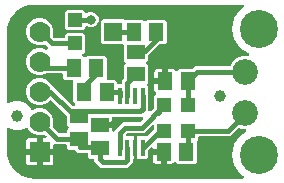
<source format=gbr>
G04 EAGLE Gerber RS-274X export*
G75*
%MOMM*%
%FSLAX34Y34*%
%LPD*%
%INTop Copper*%
%IPPOS*%
%AMOC8*
5,1,8,0,0,1.08239X$1,22.5*%
G01*
%ADD10R,0.400000X1.400000*%
%ADD11R,1.300000X1.500000*%
%ADD12R,1.500000X1.300000*%
%ADD13C,1.000000*%
%ADD14R,1.200000X1.300000*%
%ADD15R,1.778000X1.778000*%
%ADD16C,1.778000*%
%ADD17C,2.184400*%
%ADD18R,1.500000X1.600000*%
%ADD19R,1.200000X1.200000*%
%ADD20C,3.216000*%
%ADD21C,0.406400*%
%ADD22C,0.806400*%

G36*
X52308Y40808D02*
X52308Y40808D01*
X52427Y40815D01*
X52465Y40828D01*
X52506Y40833D01*
X52616Y40876D01*
X52729Y40913D01*
X52764Y40935D01*
X52801Y40950D01*
X52897Y41019D01*
X52998Y41083D01*
X53026Y41113D01*
X53059Y41136D01*
X53135Y41228D01*
X53216Y41315D01*
X53236Y41350D01*
X53261Y41381D01*
X53312Y41489D01*
X53370Y41593D01*
X53380Y41633D01*
X53397Y41669D01*
X53419Y41786D01*
X53449Y41901D01*
X53453Y41961D01*
X53457Y41981D01*
X53455Y42002D01*
X53459Y42062D01*
X53459Y43772D01*
X54509Y44822D01*
X54582Y44917D01*
X54661Y45006D01*
X54680Y45042D01*
X54704Y45074D01*
X54752Y45183D01*
X54806Y45289D01*
X54815Y45328D01*
X54831Y45366D01*
X54849Y45483D01*
X54875Y45599D01*
X54874Y45640D01*
X54880Y45680D01*
X54869Y45798D01*
X54866Y45917D01*
X54854Y45956D01*
X54851Y45996D01*
X54810Y46109D01*
X54777Y46223D01*
X54757Y46257D01*
X54743Y46296D01*
X54676Y46394D01*
X54616Y46497D01*
X54576Y46542D01*
X54564Y46559D01*
X54549Y46572D01*
X54509Y46617D01*
X53459Y47668D01*
X53459Y55118D01*
X53447Y55216D01*
X53444Y55315D01*
X53427Y55374D01*
X53419Y55434D01*
X53383Y55526D01*
X53355Y55621D01*
X53325Y55673D01*
X53302Y55729D01*
X53244Y55809D01*
X53194Y55895D01*
X53128Y55970D01*
X53116Y55987D01*
X53106Y55995D01*
X53088Y56016D01*
X40672Y68431D01*
X40578Y68504D01*
X40489Y68583D01*
X40453Y68601D01*
X40421Y68626D01*
X40311Y68674D01*
X40205Y68728D01*
X40166Y68737D01*
X40129Y68753D01*
X40011Y68771D01*
X39895Y68797D01*
X39855Y68796D01*
X39815Y68802D01*
X39696Y68791D01*
X39577Y68788D01*
X39538Y68776D01*
X39498Y68773D01*
X39386Y68732D01*
X39272Y68699D01*
X39237Y68679D01*
X39199Y68665D01*
X39100Y68598D01*
X38998Y68538D01*
X38952Y68498D01*
X38936Y68486D01*
X38922Y68471D01*
X38877Y68431D01*
X36955Y66509D01*
X32754Y64769D01*
X28206Y64769D01*
X24005Y66509D01*
X20789Y69725D01*
X19049Y73926D01*
X19049Y78474D01*
X20789Y82675D01*
X24005Y85891D01*
X28206Y87631D01*
X32754Y87631D01*
X36955Y85891D01*
X40171Y82675D01*
X40646Y81528D01*
X40650Y81520D01*
X40653Y81511D01*
X40730Y81381D01*
X40803Y81251D01*
X40810Y81245D01*
X40814Y81237D01*
X40921Y81116D01*
X57402Y64634D01*
X57481Y64574D01*
X57553Y64506D01*
X57606Y64477D01*
X57654Y64440D01*
X57745Y64400D01*
X57831Y64352D01*
X57890Y64337D01*
X57945Y64313D01*
X58043Y64298D01*
X58139Y64273D01*
X58239Y64267D01*
X58260Y64263D01*
X58272Y64265D01*
X58300Y64263D01*
X59250Y64263D01*
X59388Y64280D01*
X59526Y64293D01*
X59545Y64300D01*
X59565Y64303D01*
X59695Y64354D01*
X59826Y64401D01*
X59842Y64412D01*
X59861Y64420D01*
X59974Y64501D01*
X60089Y64579D01*
X60102Y64595D01*
X60118Y64606D01*
X60207Y64714D01*
X60299Y64818D01*
X60308Y64836D01*
X60321Y64851D01*
X60381Y64977D01*
X60444Y65101D01*
X60448Y65121D01*
X60457Y65139D01*
X60483Y65276D01*
X60513Y65411D01*
X60513Y65432D01*
X60517Y65451D01*
X60508Y65590D01*
X60504Y65729D01*
X60498Y65749D01*
X60497Y65769D01*
X60454Y65901D01*
X60415Y66035D01*
X60405Y66052D01*
X60399Y66071D01*
X60324Y66189D01*
X60254Y66309D01*
X60235Y66330D01*
X60229Y66340D01*
X60214Y66354D01*
X60147Y66429D01*
X58929Y67648D01*
X58929Y85210D01*
X58914Y85328D01*
X58907Y85447D01*
X58894Y85485D01*
X58889Y85526D01*
X58846Y85636D01*
X58809Y85749D01*
X58787Y85784D01*
X58772Y85821D01*
X58703Y85917D01*
X58639Y86018D01*
X58609Y86046D01*
X58586Y86079D01*
X58494Y86155D01*
X58407Y86236D01*
X58372Y86256D01*
X58341Y86281D01*
X58233Y86332D01*
X58129Y86390D01*
X58089Y86400D01*
X58053Y86417D01*
X57936Y86439D01*
X57821Y86469D01*
X57761Y86473D01*
X57741Y86477D01*
X57720Y86475D01*
X57660Y86479D01*
X51528Y86479D01*
X50039Y87968D01*
X50039Y90678D01*
X50024Y90796D01*
X50017Y90915D01*
X50004Y90953D01*
X49999Y90994D01*
X49956Y91104D01*
X49919Y91217D01*
X49897Y91252D01*
X49882Y91289D01*
X49813Y91385D01*
X49749Y91486D01*
X49719Y91514D01*
X49696Y91547D01*
X49604Y91623D01*
X49517Y91704D01*
X49482Y91724D01*
X49451Y91749D01*
X49343Y91800D01*
X49239Y91858D01*
X49199Y91868D01*
X49163Y91885D01*
X49046Y91907D01*
X48931Y91937D01*
X48871Y91941D01*
X48851Y91945D01*
X48830Y91943D01*
X48770Y91947D01*
X37299Y91947D01*
X37289Y91946D01*
X37280Y91947D01*
X37131Y91926D01*
X36983Y91907D01*
X36974Y91904D01*
X36965Y91903D01*
X36813Y91851D01*
X32754Y90169D01*
X28206Y90169D01*
X24005Y91909D01*
X20789Y95125D01*
X19049Y99326D01*
X19049Y103874D01*
X20789Y108075D01*
X24005Y111291D01*
X28206Y113031D01*
X32754Y113031D01*
X35785Y111775D01*
X35852Y111757D01*
X35916Y111729D01*
X36005Y111715D01*
X36091Y111691D01*
X36161Y111690D01*
X36230Y111679D01*
X36319Y111688D01*
X36409Y111686D01*
X36477Y111703D01*
X36547Y111709D01*
X36631Y111739D01*
X36719Y111760D01*
X36780Y111793D01*
X36846Y111817D01*
X36920Y111867D01*
X37000Y111909D01*
X37051Y111956D01*
X37109Y111995D01*
X37168Y112063D01*
X37235Y112123D01*
X37273Y112181D01*
X37320Y112234D01*
X37360Y112314D01*
X37410Y112389D01*
X37432Y112455D01*
X37464Y112517D01*
X37484Y112605D01*
X37513Y112690D01*
X37518Y112759D01*
X37534Y112827D01*
X37531Y112917D01*
X37538Y113007D01*
X37526Y113075D01*
X37524Y113145D01*
X37499Y113232D01*
X37484Y113320D01*
X37455Y113384D01*
X37436Y113451D01*
X37390Y113528D01*
X37353Y113610D01*
X37310Y113664D01*
X37274Y113725D01*
X37233Y113772D01*
X37231Y113774D01*
X37229Y113776D01*
X37168Y113845D01*
X35536Y115477D01*
X35536Y115478D01*
X35256Y115758D01*
X35232Y115776D01*
X35213Y115798D01*
X35107Y115873D01*
X35004Y115952D01*
X34977Y115964D01*
X34953Y115981D01*
X34832Y116027D01*
X34713Y116079D01*
X34683Y116083D01*
X34656Y116094D01*
X34527Y116108D01*
X34398Y116129D01*
X34369Y116126D01*
X34340Y116129D01*
X34211Y116111D01*
X34082Y116099D01*
X34054Y116089D01*
X34025Y116085D01*
X33872Y116033D01*
X32754Y115569D01*
X28206Y115569D01*
X24005Y117309D01*
X20789Y120525D01*
X19049Y124726D01*
X19049Y129274D01*
X20789Y133475D01*
X24005Y136691D01*
X28206Y138431D01*
X32754Y138431D01*
X36955Y136691D01*
X40171Y133475D01*
X41911Y129274D01*
X41911Y124726D01*
X41447Y123608D01*
X41440Y123579D01*
X41426Y123553D01*
X41419Y123519D01*
X41415Y123512D01*
X41406Y123463D01*
X41398Y123426D01*
X41363Y123301D01*
X41363Y123271D01*
X41356Y123242D01*
X41357Y123210D01*
X41356Y123200D01*
X41360Y123133D01*
X41360Y123113D01*
X41358Y122983D01*
X41365Y122954D01*
X41366Y122925D01*
X41375Y122895D01*
X41375Y122883D01*
X41402Y122799D01*
X41432Y122674D01*
X41446Y122647D01*
X41455Y122619D01*
X41468Y122596D01*
X41473Y122580D01*
X41525Y122498D01*
X41581Y122392D01*
X41601Y122371D01*
X41616Y122345D01*
X41638Y122321D01*
X41644Y122311D01*
X41657Y122299D01*
X41722Y122224D01*
X42002Y121944D01*
X42081Y121884D01*
X42153Y121816D01*
X42206Y121787D01*
X42254Y121750D01*
X42345Y121710D01*
X42431Y121662D01*
X42490Y121647D01*
X42545Y121623D01*
X42643Y121608D01*
X42739Y121583D01*
X42839Y121577D01*
X42860Y121573D01*
X42872Y121575D01*
X42900Y121573D01*
X50390Y121573D01*
X50508Y121588D01*
X50627Y121595D01*
X50665Y121608D01*
X50706Y121613D01*
X50816Y121656D01*
X50929Y121693D01*
X50964Y121715D01*
X51001Y121730D01*
X51097Y121799D01*
X51198Y121863D01*
X51226Y121893D01*
X51259Y121916D01*
X51335Y122008D01*
X51416Y122095D01*
X51436Y122130D01*
X51461Y122161D01*
X51512Y122269D01*
X51570Y122373D01*
X51580Y122413D01*
X51597Y122449D01*
X51619Y122566D01*
X51649Y122681D01*
X51653Y122741D01*
X51657Y122761D01*
X51655Y122782D01*
X51659Y122842D01*
X51659Y124052D01*
X53148Y125541D01*
X67252Y125541D01*
X68741Y124052D01*
X68741Y109948D01*
X66891Y108098D01*
X66818Y108003D01*
X66739Y107914D01*
X66721Y107878D01*
X66696Y107846D01*
X66648Y107737D01*
X66594Y107631D01*
X66585Y107592D01*
X66569Y107554D01*
X66551Y107437D01*
X66525Y107321D01*
X66526Y107280D01*
X66520Y107240D01*
X66531Y107122D01*
X66534Y107003D01*
X66546Y106964D01*
X66549Y106924D01*
X66590Y106811D01*
X66623Y106697D01*
X66643Y106663D01*
X66657Y106624D01*
X66724Y106526D01*
X66784Y106423D01*
X66824Y106378D01*
X66836Y106361D01*
X66851Y106348D01*
X66891Y106303D01*
X67683Y105511D01*
X67777Y105438D01*
X67866Y105359D01*
X67902Y105341D01*
X67934Y105316D01*
X68043Y105268D01*
X68149Y105214D01*
X68188Y105205D01*
X68226Y105189D01*
X68343Y105171D01*
X68459Y105145D01*
X68500Y105146D01*
X68540Y105140D01*
X68658Y105151D01*
X68777Y105154D01*
X68816Y105166D01*
X68856Y105169D01*
X68968Y105210D01*
X69083Y105243D01*
X69118Y105263D01*
X69156Y105277D01*
X69254Y105344D01*
X69357Y105404D01*
X69402Y105444D01*
X69419Y105456D01*
X69432Y105471D01*
X69478Y105511D01*
X70528Y106561D01*
X85632Y106561D01*
X87121Y105072D01*
X87121Y87510D01*
X87136Y87392D01*
X87143Y87273D01*
X87156Y87235D01*
X87161Y87194D01*
X87204Y87084D01*
X87241Y86971D01*
X87263Y86936D01*
X87278Y86899D01*
X87347Y86803D01*
X87411Y86702D01*
X87441Y86674D01*
X87464Y86641D01*
X87556Y86565D01*
X87643Y86484D01*
X87678Y86464D01*
X87709Y86439D01*
X87817Y86388D01*
X87921Y86330D01*
X87961Y86320D01*
X87997Y86303D01*
X88114Y86281D01*
X88229Y86251D01*
X88289Y86247D01*
X88309Y86243D01*
X88330Y86245D01*
X88390Y86241D01*
X94522Y86241D01*
X96011Y84752D01*
X96011Y83610D01*
X96026Y83492D01*
X96033Y83373D01*
X96046Y83335D01*
X96051Y83294D01*
X96094Y83184D01*
X96131Y83071D01*
X96153Y83036D01*
X96168Y82999D01*
X96237Y82903D01*
X96301Y82802D01*
X96331Y82774D01*
X96354Y82741D01*
X96446Y82665D01*
X96533Y82584D01*
X96568Y82564D01*
X96599Y82539D01*
X96707Y82488D01*
X96811Y82430D01*
X96851Y82420D01*
X96887Y82403D01*
X97004Y82381D01*
X97119Y82351D01*
X97179Y82347D01*
X97199Y82343D01*
X97220Y82345D01*
X97280Y82341D01*
X98858Y82341D01*
X98976Y82356D01*
X99095Y82363D01*
X99133Y82376D01*
X99174Y82381D01*
X99284Y82424D01*
X99397Y82461D01*
X99432Y82483D01*
X99469Y82498D01*
X99565Y82567D01*
X99666Y82631D01*
X99694Y82661D01*
X99727Y82684D01*
X99803Y82776D01*
X99884Y82863D01*
X99904Y82898D01*
X99929Y82929D01*
X99980Y83037D01*
X100038Y83141D01*
X100048Y83181D01*
X100065Y83217D01*
X100087Y83334D01*
X100117Y83449D01*
X100121Y83509D01*
X100125Y83529D01*
X100123Y83550D01*
X100127Y83610D01*
X100127Y85664D01*
X101348Y86884D01*
X101408Y86963D01*
X101476Y87035D01*
X101505Y87088D01*
X101542Y87136D01*
X101582Y87227D01*
X101630Y87313D01*
X101645Y87372D01*
X101669Y87427D01*
X101684Y87525D01*
X101709Y87621D01*
X101715Y87721D01*
X101719Y87742D01*
X101717Y87754D01*
X101719Y87782D01*
X101719Y98382D01*
X102769Y99433D01*
X102842Y99527D01*
X102921Y99616D01*
X102939Y99652D01*
X102964Y99684D01*
X103012Y99793D01*
X103066Y99899D01*
X103075Y99938D01*
X103091Y99976D01*
X103109Y100093D01*
X103135Y100209D01*
X103134Y100250D01*
X103140Y100290D01*
X103129Y100408D01*
X103126Y100527D01*
X103114Y100566D01*
X103111Y100606D01*
X103070Y100718D01*
X103037Y100833D01*
X103017Y100868D01*
X103003Y100906D01*
X102936Y101004D01*
X102876Y101107D01*
X102836Y101152D01*
X102824Y101169D01*
X102809Y101182D01*
X102769Y101228D01*
X101719Y102278D01*
X101719Y115190D01*
X101704Y115308D01*
X101697Y115427D01*
X101684Y115465D01*
X101679Y115506D01*
X101636Y115616D01*
X101599Y115729D01*
X101577Y115764D01*
X101562Y115801D01*
X101493Y115897D01*
X101429Y115998D01*
X101399Y116026D01*
X101376Y116059D01*
X101284Y116135D01*
X101197Y116216D01*
X101162Y116236D01*
X101131Y116261D01*
X101023Y116312D01*
X100919Y116370D01*
X100879Y116380D01*
X100843Y116397D01*
X100726Y116419D01*
X100611Y116449D01*
X100551Y116453D01*
X100531Y116457D01*
X100510Y116455D01*
X100450Y116459D01*
X84148Y116459D01*
X82659Y117948D01*
X82659Y135330D01*
X82651Y135399D01*
X82652Y135469D01*
X82631Y135556D01*
X82619Y135645D01*
X82594Y135710D01*
X82577Y135778D01*
X82535Y135858D01*
X82515Y135908D01*
X84148Y137541D01*
X101252Y137541D01*
X101381Y137413D01*
X101459Y137352D01*
X101531Y137284D01*
X101584Y137255D01*
X101632Y137218D01*
X101723Y137178D01*
X101810Y137130D01*
X101868Y137115D01*
X101924Y137091D01*
X102022Y137076D01*
X102117Y137051D01*
X102217Y137045D01*
X102238Y137041D01*
X102250Y137043D01*
X102278Y137041D01*
X117432Y137041D01*
X118483Y135991D01*
X118577Y135918D01*
X118666Y135839D01*
X118702Y135821D01*
X118734Y135796D01*
X118843Y135748D01*
X118949Y135694D01*
X118988Y135685D01*
X119026Y135669D01*
X119143Y135651D01*
X119259Y135625D01*
X119300Y135626D01*
X119340Y135620D01*
X119458Y135631D01*
X119577Y135634D01*
X119616Y135646D01*
X119656Y135649D01*
X119768Y135690D01*
X119883Y135723D01*
X119918Y135743D01*
X119956Y135757D01*
X120054Y135824D01*
X120157Y135884D01*
X120202Y135924D01*
X120219Y135936D01*
X120232Y135951D01*
X120278Y135991D01*
X121328Y137041D01*
X136432Y137041D01*
X137921Y135552D01*
X137921Y118448D01*
X136432Y116959D01*
X132842Y116959D01*
X132744Y116947D01*
X132645Y116944D01*
X132586Y116927D01*
X132526Y116919D01*
X132434Y116883D01*
X132339Y116855D01*
X132287Y116825D01*
X132231Y116802D01*
X132151Y116744D01*
X132065Y116694D01*
X131990Y116628D01*
X131973Y116616D01*
X131965Y116606D01*
X131944Y116588D01*
X122172Y106816D01*
X122112Y106737D01*
X122044Y106665D01*
X122015Y106612D01*
X121978Y106564D01*
X121938Y106473D01*
X121890Y106387D01*
X121875Y106328D01*
X121851Y106273D01*
X121836Y106175D01*
X121811Y106079D01*
X121805Y105979D01*
X121801Y105958D01*
X121803Y105946D01*
X121801Y105918D01*
X121801Y102278D01*
X120751Y101228D01*
X120678Y101133D01*
X120599Y101044D01*
X120580Y101008D01*
X120556Y100976D01*
X120508Y100867D01*
X120454Y100761D01*
X120445Y100722D01*
X120429Y100684D01*
X120411Y100567D01*
X120385Y100451D01*
X120386Y100410D01*
X120380Y100370D01*
X120391Y100252D01*
X120394Y100133D01*
X120406Y100094D01*
X120409Y100054D01*
X120450Y99941D01*
X120483Y99827D01*
X120503Y99793D01*
X120517Y99754D01*
X120584Y99656D01*
X120644Y99553D01*
X120684Y99508D01*
X120696Y99491D01*
X120711Y99478D01*
X120751Y99433D01*
X121801Y98382D01*
X121801Y83278D01*
X121706Y83183D01*
X121633Y83088D01*
X121554Y82999D01*
X121536Y82963D01*
X121511Y82931D01*
X121463Y82822D01*
X121409Y82716D01*
X121400Y82677D01*
X121384Y82639D01*
X121366Y82522D01*
X121340Y82406D01*
X121341Y82365D01*
X121335Y82325D01*
X121346Y82207D01*
X121349Y82088D01*
X121361Y82049D01*
X121364Y82009D01*
X121405Y81897D01*
X121438Y81782D01*
X121458Y81747D01*
X121472Y81709D01*
X121539Y81611D01*
X121599Y81508D01*
X121639Y81463D01*
X121651Y81446D01*
X121666Y81433D01*
X121706Y81388D01*
X122241Y80852D01*
X122241Y75252D01*
X122253Y75153D01*
X122256Y75054D01*
X122273Y74997D01*
X122273Y60684D01*
X122290Y60546D01*
X122303Y60407D01*
X122310Y60388D01*
X122313Y60368D01*
X122364Y60239D01*
X122411Y60108D01*
X122422Y60091D01*
X122430Y60073D01*
X122511Y59960D01*
X122589Y59845D01*
X122605Y59832D01*
X122616Y59815D01*
X122724Y59726D01*
X122828Y59635D01*
X122846Y59625D01*
X122861Y59612D01*
X122987Y59553D01*
X123111Y59490D01*
X123131Y59485D01*
X123149Y59477D01*
X123285Y59451D01*
X123421Y59420D01*
X123442Y59421D01*
X123461Y59417D01*
X123600Y59426D01*
X123739Y59430D01*
X123759Y59436D01*
X123779Y59437D01*
X123911Y59480D01*
X124045Y59518D01*
X124062Y59529D01*
X124081Y59535D01*
X124199Y59609D01*
X124319Y59680D01*
X124340Y59698D01*
X124350Y59705D01*
X124364Y59720D01*
X124439Y59786D01*
X126978Y62324D01*
X127038Y62403D01*
X127106Y62475D01*
X127135Y62528D01*
X127172Y62576D01*
X127212Y62667D01*
X127260Y62753D01*
X127275Y62812D01*
X127299Y62867D01*
X127314Y62965D01*
X127339Y63061D01*
X127345Y63161D01*
X127349Y63182D01*
X127347Y63194D01*
X127349Y63222D01*
X127349Y72322D01*
X128648Y73621D01*
X128725Y73721D01*
X128807Y73816D01*
X128822Y73846D01*
X128843Y73872D01*
X128893Y73988D01*
X128949Y74101D01*
X128956Y74133D01*
X128969Y74164D01*
X128989Y74289D01*
X129015Y74412D01*
X129014Y74445D01*
X129019Y74478D01*
X129007Y74604D01*
X129002Y74729D01*
X128992Y74761D01*
X128989Y74795D01*
X128946Y74913D01*
X128910Y75034D01*
X128893Y75063D01*
X128881Y75094D01*
X128811Y75198D01*
X128746Y75306D01*
X128722Y75329D01*
X128703Y75357D01*
X128608Y75441D01*
X128519Y75529D01*
X128517Y75529D01*
X128017Y76030D01*
X127682Y76609D01*
X127509Y77256D01*
X127509Y82551D01*
X135280Y82551D01*
X135398Y82566D01*
X135517Y82573D01*
X135555Y82586D01*
X135595Y82591D01*
X135706Y82634D01*
X135819Y82671D01*
X135854Y82693D01*
X135891Y82708D01*
X135987Y82778D01*
X136088Y82841D01*
X136116Y82871D01*
X136148Y82895D01*
X136224Y82986D01*
X136306Y83073D01*
X136325Y83108D01*
X136351Y83139D01*
X136402Y83247D01*
X136459Y83351D01*
X136470Y83391D01*
X136487Y83427D01*
X136509Y83544D01*
X136539Y83659D01*
X136543Y83720D01*
X136547Y83740D01*
X136545Y83760D01*
X136549Y83820D01*
X136549Y85091D01*
X137820Y85091D01*
X137938Y85106D01*
X138057Y85113D01*
X138095Y85126D01*
X138135Y85131D01*
X138246Y85175D01*
X138359Y85211D01*
X138394Y85233D01*
X138431Y85248D01*
X138527Y85318D01*
X138628Y85381D01*
X138656Y85411D01*
X138688Y85435D01*
X138764Y85526D01*
X138846Y85613D01*
X138865Y85648D01*
X138891Y85680D01*
X138942Y85787D01*
X138999Y85891D01*
X139010Y85931D01*
X139027Y85967D01*
X139049Y86084D01*
X139079Y86199D01*
X139083Y86260D01*
X139087Y86280D01*
X139085Y86300D01*
X139089Y86360D01*
X139089Y95131D01*
X143384Y95131D01*
X144031Y94958D01*
X144610Y94623D01*
X145152Y94081D01*
X145247Y94008D01*
X145336Y93929D01*
X145372Y93910D01*
X145404Y93886D01*
X145513Y93838D01*
X145619Y93784D01*
X145658Y93775D01*
X145696Y93759D01*
X145814Y93741D01*
X145929Y93715D01*
X145970Y93716D01*
X146010Y93709D01*
X146128Y93721D01*
X146247Y93724D01*
X146286Y93736D01*
X146326Y93739D01*
X146438Y93780D01*
X146553Y93813D01*
X146588Y93833D01*
X146626Y93847D01*
X146724Y93914D01*
X146827Y93974D01*
X146872Y94014D01*
X146889Y94025D01*
X146902Y94041D01*
X146947Y94081D01*
X147998Y95131D01*
X158598Y95131D01*
X158696Y95143D01*
X158795Y95146D01*
X158854Y95163D01*
X158914Y95171D01*
X159006Y95207D01*
X159101Y95235D01*
X159153Y95265D01*
X159209Y95288D01*
X159289Y95346D01*
X159375Y95396D01*
X159450Y95462D01*
X159467Y95474D01*
X159475Y95484D01*
X159496Y95502D01*
X161496Y97503D01*
X190944Y97503D01*
X190973Y97506D01*
X191003Y97504D01*
X191131Y97526D01*
X191260Y97543D01*
X191287Y97553D01*
X191316Y97558D01*
X191435Y97612D01*
X191555Y97660D01*
X191579Y97677D01*
X191606Y97689D01*
X191707Y97770D01*
X191813Y97846D01*
X191831Y97869D01*
X191855Y97888D01*
X191933Y97991D01*
X192015Y98091D01*
X192028Y98118D01*
X192046Y98142D01*
X192117Y98286D01*
X193057Y100556D01*
X196844Y104343D01*
X201792Y106393D01*
X206327Y106393D01*
X206431Y106406D01*
X206535Y106410D01*
X206588Y106426D01*
X206642Y106433D01*
X206739Y106471D01*
X206840Y106501D01*
X206887Y106529D01*
X206938Y106550D01*
X207023Y106611D01*
X207112Y106665D01*
X207151Y106704D01*
X207196Y106736D01*
X207262Y106817D01*
X207335Y106891D01*
X207363Y106939D01*
X207398Y106981D01*
X207443Y107076D01*
X207495Y107166D01*
X207510Y107219D01*
X207534Y107269D01*
X207553Y107372D01*
X207582Y107472D01*
X207583Y107527D01*
X207594Y107581D01*
X207587Y107686D01*
X207590Y107790D01*
X207577Y107844D01*
X207574Y107899D01*
X207542Y107998D01*
X207518Y108100D01*
X207493Y108149D01*
X207476Y108201D01*
X207420Y108290D01*
X207372Y108382D01*
X207335Y108424D01*
X207306Y108470D01*
X207230Y108542D01*
X207160Y108620D01*
X207090Y108673D01*
X207074Y108688D01*
X207061Y108695D01*
X207032Y108717D01*
X199866Y113506D01*
X194950Y120862D01*
X193224Y129540D01*
X194950Y138218D01*
X199866Y145574D01*
X202800Y147535D01*
X202879Y147603D01*
X202963Y147664D01*
X202998Y147707D01*
X203040Y147743D01*
X203099Y147829D01*
X203166Y147909D01*
X203189Y147959D01*
X203221Y148005D01*
X203257Y148103D01*
X203302Y148197D01*
X203312Y148251D01*
X203331Y148303D01*
X203342Y148407D01*
X203361Y148510D01*
X203358Y148565D01*
X203364Y148619D01*
X203348Y148723D01*
X203342Y148827D01*
X203325Y148879D01*
X203316Y148934D01*
X203276Y149030D01*
X203244Y149129D01*
X203214Y149176D01*
X203193Y149227D01*
X203129Y149310D01*
X203073Y149398D01*
X203033Y149436D01*
X203000Y149480D01*
X202918Y149545D01*
X202842Y149616D01*
X202794Y149643D01*
X202750Y149677D01*
X202655Y149719D01*
X202563Y149770D01*
X202510Y149783D01*
X202459Y149806D01*
X202356Y149823D01*
X202255Y149849D01*
X202167Y149855D01*
X202146Y149858D01*
X202131Y149857D01*
X202095Y149859D01*
X25400Y149859D01*
X25378Y149857D01*
X25300Y149855D01*
X21923Y149590D01*
X21855Y149576D01*
X21786Y149571D01*
X21630Y149531D01*
X15206Y147444D01*
X15099Y147394D01*
X14988Y147350D01*
X14937Y147317D01*
X14918Y147309D01*
X14903Y147296D01*
X14852Y147264D01*
X9388Y143293D01*
X9301Y143212D01*
X9209Y143136D01*
X9171Y143090D01*
X9156Y143076D01*
X9145Y143058D01*
X9107Y143012D01*
X5136Y137548D01*
X5079Y137444D01*
X5015Y137344D01*
X4993Y137287D01*
X4983Y137269D01*
X4978Y137249D01*
X4956Y137194D01*
X2869Y130770D01*
X2856Y130702D01*
X2833Y130636D01*
X2810Y130477D01*
X2545Y127100D01*
X2546Y127078D01*
X2541Y127000D01*
X2541Y67671D01*
X2547Y67622D01*
X2545Y67573D01*
X2567Y67465D01*
X2581Y67356D01*
X2599Y67310D01*
X2609Y67261D01*
X2657Y67162D01*
X2698Y67060D01*
X2727Y67020D01*
X2749Y66975D01*
X2820Y66892D01*
X2884Y66803D01*
X2923Y66771D01*
X2955Y66733D01*
X3045Y66670D01*
X3129Y66600D01*
X3174Y66579D01*
X3215Y66550D01*
X3318Y66511D01*
X3417Y66465D01*
X3466Y66455D01*
X3512Y66438D01*
X3622Y66425D01*
X3729Y66405D01*
X3779Y66408D01*
X3828Y66402D01*
X3937Y66418D01*
X4047Y66425D01*
X4094Y66440D01*
X4143Y66447D01*
X4296Y66499D01*
X8935Y68421D01*
X13925Y68421D01*
X18534Y66512D01*
X22062Y62984D01*
X22742Y61341D01*
X22801Y61238D01*
X22853Y61131D01*
X22879Y61100D01*
X22899Y61065D01*
X22982Y60979D01*
X23060Y60889D01*
X23093Y60866D01*
X23121Y60836D01*
X23222Y60774D01*
X23320Y60706D01*
X23357Y60691D01*
X23392Y60670D01*
X23505Y60635D01*
X23617Y60593D01*
X23657Y60588D01*
X23696Y60577D01*
X23814Y60571D01*
X23933Y60558D01*
X23973Y60563D01*
X24013Y60561D01*
X24130Y60586D01*
X24248Y60602D01*
X24305Y60622D01*
X24325Y60626D01*
X24343Y60635D01*
X24400Y60654D01*
X28206Y62231D01*
X32754Y62231D01*
X36955Y60491D01*
X40171Y57275D01*
X41911Y53074D01*
X41911Y48526D01*
X41447Y47408D01*
X41440Y47379D01*
X41426Y47353D01*
X41398Y47226D01*
X41363Y47101D01*
X41363Y47071D01*
X41356Y47042D01*
X41360Y46913D01*
X41358Y46783D01*
X41365Y46754D01*
X41366Y46725D01*
X41402Y46600D01*
X41432Y46474D01*
X41446Y46447D01*
X41455Y46419D01*
X41520Y46307D01*
X41581Y46192D01*
X41601Y46171D01*
X41616Y46145D01*
X41722Y46024D01*
X46582Y41164D01*
X46661Y41104D01*
X46733Y41036D01*
X46786Y41007D01*
X46834Y40970D01*
X46925Y40930D01*
X47011Y40882D01*
X47070Y40867D01*
X47125Y40843D01*
X47223Y40828D01*
X47319Y40803D01*
X47419Y40797D01*
X47440Y40793D01*
X47452Y40795D01*
X47480Y40793D01*
X52190Y40793D01*
X52308Y40808D01*
G37*
G36*
X202198Y2554D02*
X202198Y2554D01*
X202303Y2558D01*
X202355Y2574D01*
X202410Y2581D01*
X202507Y2619D01*
X202607Y2649D01*
X202655Y2677D01*
X202706Y2698D01*
X202790Y2759D01*
X202880Y2813D01*
X202919Y2852D01*
X202963Y2884D01*
X203030Y2965D01*
X203103Y3039D01*
X203131Y3087D01*
X203166Y3129D01*
X203211Y3224D01*
X203263Y3314D01*
X203278Y3367D01*
X203302Y3417D01*
X203321Y3520D01*
X203350Y3620D01*
X203351Y3675D01*
X203361Y3729D01*
X203355Y3834D01*
X203357Y3938D01*
X203345Y3992D01*
X203342Y4047D01*
X203309Y4146D01*
X203286Y4248D01*
X203261Y4297D01*
X203244Y4349D01*
X203188Y4438D01*
X203140Y4530D01*
X203103Y4572D01*
X203073Y4618D01*
X202997Y4690D01*
X202928Y4768D01*
X202857Y4821D01*
X202842Y4836D01*
X202829Y4843D01*
X202800Y4865D01*
X199866Y6826D01*
X194950Y14182D01*
X193224Y22860D01*
X194950Y31538D01*
X199866Y38894D01*
X204727Y42143D01*
X204806Y42211D01*
X204891Y42272D01*
X204926Y42315D01*
X204968Y42351D01*
X205027Y42437D01*
X205094Y42517D01*
X205117Y42567D01*
X205148Y42613D01*
X205185Y42711D01*
X205229Y42805D01*
X205239Y42859D01*
X205259Y42911D01*
X205269Y43015D01*
X205289Y43118D01*
X205285Y43173D01*
X205291Y43227D01*
X205276Y43331D01*
X205269Y43435D01*
X205252Y43487D01*
X205244Y43542D01*
X205203Y43638D01*
X205171Y43737D01*
X205142Y43784D01*
X205120Y43835D01*
X205057Y43918D01*
X205001Y44006D01*
X204961Y44044D01*
X204927Y44088D01*
X204845Y44153D01*
X204769Y44224D01*
X204721Y44251D01*
X204678Y44285D01*
X204582Y44327D01*
X204491Y44378D01*
X204438Y44391D01*
X204387Y44414D01*
X204284Y44431D01*
X204183Y44457D01*
X204095Y44463D01*
X204073Y44466D01*
X204058Y44465D01*
X204022Y44467D01*
X201792Y44467D01*
X199522Y45407D01*
X199494Y45415D01*
X199468Y45429D01*
X199341Y45457D01*
X199216Y45491D01*
X199186Y45492D01*
X199157Y45498D01*
X199027Y45494D01*
X198898Y45496D01*
X198869Y45490D01*
X198839Y45489D01*
X198715Y45453D01*
X198588Y45422D01*
X198562Y45408D01*
X198534Y45400D01*
X198422Y45334D01*
X198307Y45274D01*
X198285Y45254D01*
X198260Y45239D01*
X198139Y45132D01*
X191614Y38607D01*
X166020Y38607D01*
X165902Y38592D01*
X165783Y38585D01*
X165745Y38572D01*
X165704Y38567D01*
X165594Y38524D01*
X165481Y38487D01*
X165446Y38465D01*
X165409Y38450D01*
X165313Y38381D01*
X165212Y38317D01*
X165184Y38287D01*
X165151Y38264D01*
X165075Y38172D01*
X164994Y38085D01*
X164974Y38050D01*
X164949Y38019D01*
X164898Y37911D01*
X164840Y37807D01*
X164830Y37767D01*
X164813Y37731D01*
X164791Y37614D01*
X164761Y37499D01*
X164757Y37439D01*
X164753Y37419D01*
X164755Y37398D01*
X164751Y37338D01*
X164751Y35628D01*
X163692Y34569D01*
X163632Y34491D01*
X163564Y34419D01*
X163535Y34366D01*
X163498Y34318D01*
X163458Y34227D01*
X163410Y34140D01*
X163395Y34082D01*
X163371Y34026D01*
X163356Y33928D01*
X163331Y33833D01*
X163325Y33732D01*
X163321Y33712D01*
X163323Y33700D01*
X163321Y33672D01*
X163321Y16848D01*
X161832Y15359D01*
X146728Y15359D01*
X145677Y16409D01*
X145583Y16482D01*
X145494Y16561D01*
X145458Y16580D01*
X145426Y16604D01*
X145317Y16652D01*
X145211Y16706D01*
X145172Y16715D01*
X145134Y16731D01*
X145017Y16749D01*
X144901Y16775D01*
X144860Y16774D01*
X144820Y16781D01*
X144702Y16769D01*
X144583Y16766D01*
X144544Y16754D01*
X144504Y16751D01*
X144392Y16710D01*
X144277Y16677D01*
X144242Y16657D01*
X144204Y16643D01*
X144106Y16576D01*
X144003Y16516D01*
X143958Y16476D01*
X143941Y16465D01*
X143928Y16449D01*
X143882Y16409D01*
X143340Y15867D01*
X142761Y15532D01*
X142114Y15359D01*
X137819Y15359D01*
X137819Y24130D01*
X137804Y24248D01*
X137797Y24367D01*
X137784Y24405D01*
X137779Y24445D01*
X137735Y24556D01*
X137699Y24669D01*
X137677Y24704D01*
X137662Y24741D01*
X137592Y24837D01*
X137529Y24938D01*
X137499Y24966D01*
X137475Y24998D01*
X137384Y25074D01*
X137297Y25156D01*
X137262Y25175D01*
X137230Y25201D01*
X137123Y25252D01*
X137019Y25309D01*
X136979Y25320D01*
X136943Y25337D01*
X136826Y25359D01*
X136711Y25389D01*
X136650Y25393D01*
X136630Y25397D01*
X136610Y25395D01*
X136550Y25399D01*
X135279Y25399D01*
X135279Y26670D01*
X135264Y26788D01*
X135257Y26907D01*
X135244Y26945D01*
X135239Y26985D01*
X135195Y27096D01*
X135159Y27209D01*
X135137Y27244D01*
X135122Y27281D01*
X135052Y27377D01*
X134989Y27478D01*
X134959Y27506D01*
X134935Y27538D01*
X134844Y27614D01*
X134757Y27696D01*
X134722Y27715D01*
X134690Y27741D01*
X134583Y27792D01*
X134479Y27849D01*
X134439Y27860D01*
X134403Y27877D01*
X134286Y27899D01*
X134171Y27929D01*
X134110Y27933D01*
X134090Y27937D01*
X134070Y27935D01*
X134010Y27939D01*
X126223Y27939D01*
X126222Y27946D01*
X126209Y28085D01*
X126202Y28104D01*
X126199Y28124D01*
X126148Y28253D01*
X126101Y28384D01*
X126090Y28401D01*
X126082Y28419D01*
X126001Y28532D01*
X125923Y28647D01*
X125907Y28660D01*
X125896Y28677D01*
X125788Y28766D01*
X125684Y28857D01*
X125666Y28867D01*
X125651Y28880D01*
X125525Y28939D01*
X125401Y29002D01*
X125381Y29007D01*
X125363Y29015D01*
X125227Y29041D01*
X125091Y29072D01*
X125070Y29071D01*
X125051Y29075D01*
X124912Y29066D01*
X124773Y29062D01*
X124753Y29056D01*
X124733Y29055D01*
X124601Y29012D01*
X124467Y28974D01*
X124450Y28963D01*
X124431Y28957D01*
X124313Y28883D01*
X124193Y28812D01*
X124172Y28794D01*
X124162Y28787D01*
X124148Y28772D01*
X124073Y28706D01*
X122612Y27246D01*
X122552Y27167D01*
X122484Y27095D01*
X122455Y27042D01*
X122418Y26994D01*
X122378Y26903D01*
X122330Y26817D01*
X122315Y26758D01*
X122291Y26703D01*
X122276Y26605D01*
X122251Y26509D01*
X122245Y26409D01*
X122241Y26388D01*
X122243Y26376D01*
X122241Y26348D01*
X122241Y20748D01*
X120752Y19259D01*
X114497Y19259D01*
X114489Y19263D01*
X114437Y19276D01*
X114387Y19298D01*
X114283Y19314D01*
X114180Y19340D01*
X114126Y19339D01*
X114073Y19347D01*
X113968Y19338D01*
X113862Y19337D01*
X113778Y19320D01*
X113757Y19318D01*
X113742Y19312D01*
X113704Y19305D01*
X113534Y19259D01*
X112469Y19259D01*
X112469Y28800D01*
X112469Y38341D01*
X113534Y38341D01*
X113704Y38295D01*
X113809Y38281D01*
X113912Y38258D01*
X113966Y38259D01*
X114020Y38252D01*
X114125Y38264D01*
X114230Y38267D01*
X114282Y38282D01*
X114335Y38288D01*
X114434Y38326D01*
X114484Y38341D01*
X120248Y38341D01*
X120346Y38353D01*
X120445Y38356D01*
X120504Y38373D01*
X120564Y38381D01*
X120656Y38417D01*
X120751Y38445D01*
X120803Y38475D01*
X120859Y38498D01*
X120939Y38556D01*
X121025Y38606D01*
X121100Y38672D01*
X121117Y38684D01*
X121125Y38694D01*
X121146Y38712D01*
X126978Y44544D01*
X127038Y44623D01*
X127106Y44695D01*
X127135Y44748D01*
X127172Y44796D01*
X127212Y44887D01*
X127260Y44973D01*
X127275Y45032D01*
X127299Y45087D01*
X127314Y45185D01*
X127339Y45281D01*
X127345Y45381D01*
X127349Y45402D01*
X127347Y45414D01*
X127349Y45442D01*
X127349Y46698D01*
X127332Y46836D01*
X127319Y46975D01*
X127312Y46994D01*
X127309Y47014D01*
X127258Y47143D01*
X127211Y47274D01*
X127200Y47291D01*
X127192Y47309D01*
X127111Y47422D01*
X127033Y47537D01*
X127017Y47550D01*
X127006Y47567D01*
X126898Y47656D01*
X126794Y47747D01*
X126776Y47757D01*
X126761Y47770D01*
X126635Y47829D01*
X126511Y47892D01*
X126491Y47897D01*
X126473Y47905D01*
X126337Y47931D01*
X126201Y47962D01*
X126180Y47961D01*
X126161Y47965D01*
X126022Y47956D01*
X125883Y47952D01*
X125863Y47946D01*
X125843Y47945D01*
X125711Y47902D01*
X125577Y47864D01*
X125560Y47853D01*
X125541Y47847D01*
X125423Y47773D01*
X125303Y47702D01*
X125282Y47684D01*
X125272Y47677D01*
X125258Y47662D01*
X125183Y47596D01*
X118734Y41147D01*
X105290Y41147D01*
X105192Y41135D01*
X105093Y41132D01*
X105034Y41115D01*
X104974Y41107D01*
X104882Y41071D01*
X104787Y41043D01*
X104735Y41013D01*
X104679Y40990D01*
X104599Y40932D01*
X104513Y40882D01*
X104438Y40816D01*
X104421Y40804D01*
X104413Y40794D01*
X104392Y40776D01*
X104124Y40508D01*
X104039Y40398D01*
X103950Y40291D01*
X103942Y40272D01*
X103929Y40256D01*
X103874Y40128D01*
X103815Y40003D01*
X103811Y39983D01*
X103803Y39964D01*
X103781Y39827D01*
X103755Y39690D01*
X103756Y39670D01*
X103753Y39650D01*
X103766Y39512D01*
X103775Y39373D01*
X103781Y39354D01*
X103783Y39334D01*
X103830Y39203D01*
X103873Y39071D01*
X103884Y39053D01*
X103891Y39034D01*
X103969Y38919D01*
X104043Y38802D01*
X104058Y38788D01*
X104069Y38771D01*
X104173Y38679D01*
X104275Y38584D01*
X104292Y38574D01*
X104308Y38561D01*
X104431Y38498D01*
X104553Y38430D01*
X104573Y38425D01*
X104591Y38416D01*
X104727Y38386D01*
X104861Y38351D01*
X104889Y38349D01*
X104901Y38346D01*
X104922Y38347D01*
X105022Y38341D01*
X107903Y38341D01*
X107911Y38337D01*
X107963Y38324D01*
X108013Y38302D01*
X108117Y38286D01*
X108220Y38260D01*
X108274Y38261D01*
X108327Y38253D01*
X108432Y38262D01*
X108538Y38263D01*
X108622Y38280D01*
X108643Y38282D01*
X108658Y38288D01*
X108696Y38295D01*
X108866Y38341D01*
X109931Y38341D01*
X109931Y28800D01*
X109931Y19102D01*
X109835Y19033D01*
X109734Y18969D01*
X109706Y18939D01*
X109673Y18916D01*
X109597Y18824D01*
X109516Y18737D01*
X109496Y18702D01*
X109471Y18671D01*
X109420Y18563D01*
X109362Y18459D01*
X109352Y18419D01*
X109335Y18383D01*
X109313Y18266D01*
X109283Y18151D01*
X109279Y18091D01*
X109275Y18071D01*
X109277Y18050D01*
X109273Y17990D01*
X109273Y16446D01*
X104764Y11937D01*
X81926Y11937D01*
X76707Y17156D01*
X76707Y18290D01*
X76692Y18408D01*
X76685Y18527D01*
X76672Y18565D01*
X76667Y18606D01*
X76624Y18716D01*
X76587Y18829D01*
X76565Y18864D01*
X76550Y18901D01*
X76481Y18997D01*
X76417Y19098D01*
X76387Y19126D01*
X76364Y19159D01*
X76272Y19235D01*
X76185Y19316D01*
X76150Y19336D01*
X76119Y19361D01*
X76011Y19412D01*
X75907Y19470D01*
X75867Y19480D01*
X75831Y19497D01*
X75714Y19519D01*
X75599Y19549D01*
X75539Y19553D01*
X75519Y19557D01*
X75498Y19555D01*
X75438Y19559D01*
X72728Y19559D01*
X71239Y21048D01*
X71239Y23368D01*
X71224Y23486D01*
X71217Y23605D01*
X71204Y23643D01*
X71199Y23684D01*
X71156Y23794D01*
X71119Y23907D01*
X71097Y23942D01*
X71082Y23979D01*
X71013Y24075D01*
X70949Y24176D01*
X70919Y24204D01*
X70896Y24237D01*
X70804Y24313D01*
X70717Y24394D01*
X70682Y24414D01*
X70651Y24439D01*
X70543Y24490D01*
X70439Y24548D01*
X70399Y24558D01*
X70363Y24575D01*
X70246Y24597D01*
X70131Y24627D01*
X70071Y24631D01*
X70051Y24635D01*
X70030Y24633D01*
X69970Y24637D01*
X64364Y24637D01*
X64342Y24635D01*
X64254Y24632D01*
X62572Y24486D01*
X62531Y24512D01*
X62489Y24526D01*
X62451Y24548D01*
X62339Y24576D01*
X62246Y24608D01*
X61056Y25797D01*
X61039Y25810D01*
X60975Y25872D01*
X59772Y26882D01*
X59735Y26906D01*
X59703Y26936D01*
X59602Y26992D01*
X59505Y27054D01*
X59463Y27068D01*
X59424Y27090D01*
X59313Y27118D01*
X59203Y27155D01*
X59159Y27158D01*
X59116Y27169D01*
X58956Y27179D01*
X54948Y27179D01*
X53459Y28668D01*
X53459Y30378D01*
X53444Y30496D01*
X53437Y30615D01*
X53424Y30653D01*
X53419Y30694D01*
X53376Y30804D01*
X53339Y30917D01*
X53317Y30952D01*
X53302Y30989D01*
X53233Y31085D01*
X53169Y31186D01*
X53139Y31214D01*
X53116Y31247D01*
X53024Y31323D01*
X52937Y31404D01*
X52902Y31424D01*
X52871Y31449D01*
X52763Y31500D01*
X52659Y31558D01*
X52619Y31568D01*
X52583Y31585D01*
X52466Y31607D01*
X52351Y31637D01*
X52291Y31641D01*
X52271Y31645D01*
X52250Y31643D01*
X52190Y31647D01*
X43180Y31647D01*
X43062Y31632D01*
X42943Y31625D01*
X42905Y31612D01*
X42864Y31607D01*
X42754Y31564D01*
X42641Y31527D01*
X42606Y31505D01*
X42569Y31490D01*
X42473Y31421D01*
X42372Y31357D01*
X42344Y31327D01*
X42311Y31304D01*
X42235Y31212D01*
X42154Y31125D01*
X42134Y31090D01*
X42109Y31059D01*
X42058Y30951D01*
X42000Y30847D01*
X41990Y30807D01*
X41973Y30771D01*
X41951Y30654D01*
X41921Y30539D01*
X41917Y30479D01*
X41913Y30459D01*
X41915Y30438D01*
X41911Y30378D01*
X41911Y27899D01*
X32979Y27899D01*
X32979Y36831D01*
X34918Y36831D01*
X35056Y36848D01*
X35195Y36861D01*
X35214Y36868D01*
X35234Y36871D01*
X35363Y36922D01*
X35494Y36969D01*
X35511Y36980D01*
X35529Y36988D01*
X35642Y37069D01*
X35757Y37147D01*
X35770Y37163D01*
X35787Y37174D01*
X35876Y37282D01*
X35968Y37386D01*
X35977Y37404D01*
X35990Y37419D01*
X36049Y37545D01*
X36112Y37669D01*
X36117Y37689D01*
X36125Y37707D01*
X36151Y37843D01*
X36182Y37979D01*
X36181Y38000D01*
X36185Y38019D01*
X36176Y38157D01*
X36172Y38297D01*
X36166Y38317D01*
X36165Y38337D01*
X36122Y38469D01*
X36084Y38603D01*
X36073Y38620D01*
X36067Y38639D01*
X35993Y38757D01*
X35922Y38877D01*
X35904Y38898D01*
X35897Y38908D01*
X35882Y38922D01*
X35816Y38997D01*
X35256Y39558D01*
X35232Y39576D01*
X35213Y39598D01*
X35107Y39673D01*
X35004Y39752D01*
X34977Y39764D01*
X34953Y39781D01*
X34832Y39827D01*
X34713Y39879D01*
X34683Y39883D01*
X34656Y39894D01*
X34527Y39908D01*
X34398Y39929D01*
X34369Y39926D01*
X34340Y39929D01*
X34211Y39911D01*
X34082Y39899D01*
X34054Y39889D01*
X34025Y39885D01*
X33872Y39833D01*
X32754Y39369D01*
X28206Y39369D01*
X24005Y41109D01*
X20790Y44325D01*
X20585Y44818D01*
X20561Y44861D01*
X20544Y44908D01*
X20482Y44999D01*
X20428Y45094D01*
X20393Y45130D01*
X20365Y45171D01*
X20283Y45244D01*
X20206Y45323D01*
X20164Y45349D01*
X20127Y45382D01*
X20029Y45432D01*
X19935Y45489D01*
X19888Y45504D01*
X19844Y45526D01*
X19736Y45550D01*
X19631Y45583D01*
X19582Y45585D01*
X19533Y45596D01*
X19424Y45593D01*
X19314Y45598D01*
X19265Y45588D01*
X19215Y45586D01*
X19110Y45556D01*
X19002Y45533D01*
X18958Y45512D01*
X18910Y45498D01*
X18815Y45442D01*
X18717Y45394D01*
X18679Y45362D01*
X18636Y45336D01*
X18539Y45250D01*
X13925Y43339D01*
X8935Y43339D01*
X4296Y45261D01*
X4248Y45274D01*
X4203Y45295D01*
X4095Y45316D01*
X3989Y45345D01*
X3939Y45346D01*
X3890Y45355D01*
X3781Y45348D01*
X3671Y45350D01*
X3623Y45339D01*
X3573Y45335D01*
X3469Y45302D01*
X3362Y45276D01*
X3318Y45253D01*
X3271Y45237D01*
X3178Y45179D01*
X3081Y45127D01*
X3044Y45094D01*
X3002Y45067D01*
X2927Y44987D01*
X2845Y44913D01*
X2818Y44872D01*
X2784Y44836D01*
X2731Y44739D01*
X2671Y44648D01*
X2654Y44601D01*
X2630Y44557D01*
X2603Y44451D01*
X2567Y44347D01*
X2563Y44297D01*
X2551Y44249D01*
X2541Y44089D01*
X2541Y25400D01*
X2543Y25378D01*
X2545Y25300D01*
X2810Y21923D01*
X2824Y21855D01*
X2829Y21786D01*
X2869Y21630D01*
X4956Y15206D01*
X5006Y15099D01*
X5050Y14988D01*
X5083Y14937D01*
X5091Y14918D01*
X5104Y14903D01*
X5136Y14852D01*
X9107Y9388D01*
X9127Y9366D01*
X9138Y9348D01*
X9184Y9305D01*
X9188Y9301D01*
X9264Y9209D01*
X9310Y9171D01*
X9324Y9156D01*
X9342Y9145D01*
X9388Y9107D01*
X14596Y5322D01*
X14852Y5136D01*
X14956Y5079D01*
X15056Y5015D01*
X15113Y4993D01*
X15131Y4983D01*
X15151Y4978D01*
X15206Y4956D01*
X21630Y2869D01*
X21698Y2856D01*
X21764Y2833D01*
X21923Y2810D01*
X25300Y2545D01*
X25322Y2546D01*
X25400Y2541D01*
X202095Y2541D01*
X202198Y2554D01*
G37*
%LPC*%
G36*
X53148Y128459D02*
X53148Y128459D01*
X51659Y129948D01*
X51659Y144052D01*
X53148Y145541D01*
X67252Y145541D01*
X68745Y144048D01*
X68745Y144037D01*
X68767Y143930D01*
X68781Y143821D01*
X68799Y143774D01*
X68809Y143726D01*
X68857Y143627D01*
X68898Y143525D01*
X68927Y143485D01*
X68949Y143440D01*
X69020Y143357D01*
X69084Y143268D01*
X69123Y143236D01*
X69155Y143198D01*
X69245Y143135D01*
X69329Y143065D01*
X69374Y143044D01*
X69415Y143015D01*
X69518Y142976D01*
X69617Y142929D01*
X69666Y142920D01*
X69712Y142902D01*
X69822Y142890D01*
X69929Y142870D01*
X69979Y142873D01*
X70028Y142867D01*
X70137Y142882D01*
X70247Y142889D01*
X70294Y142905D01*
X70343Y142912D01*
X70496Y142964D01*
X72353Y143733D01*
X74967Y143733D01*
X77383Y142732D01*
X79232Y140883D01*
X80233Y138467D01*
X80233Y136690D01*
X80250Y136553D01*
X80263Y136414D01*
X80270Y136395D01*
X80273Y136375D01*
X80324Y136246D01*
X80371Y136114D01*
X80382Y136098D01*
X80383Y136097D01*
X80364Y136077D01*
X80330Y136016D01*
X80288Y135960D01*
X80217Y135816D01*
X79232Y133437D01*
X77383Y131588D01*
X74967Y130587D01*
X72353Y130587D01*
X70496Y131356D01*
X70448Y131370D01*
X70403Y131391D01*
X70295Y131411D01*
X70189Y131440D01*
X70139Y131441D01*
X70090Y131450D01*
X69981Y131444D01*
X69871Y131445D01*
X69823Y131434D01*
X69773Y131431D01*
X69669Y131397D01*
X69562Y131371D01*
X69518Y131348D01*
X69471Y131333D01*
X69378Y131274D01*
X69281Y131223D01*
X69244Y131189D01*
X69202Y131163D01*
X69127Y131082D01*
X69045Y131009D01*
X69018Y130967D01*
X68984Y130931D01*
X68931Y130835D01*
X68871Y130743D01*
X68854Y130696D01*
X68830Y130652D01*
X68803Y130546D01*
X68767Y130442D01*
X68763Y130393D01*
X68751Y130344D01*
X68741Y130184D01*
X68741Y129948D01*
X67252Y128459D01*
X53148Y128459D01*
G37*
%LPD*%
G36*
X92648Y42444D02*
X92648Y42444D01*
X92787Y42448D01*
X92807Y42454D01*
X92827Y42455D01*
X92959Y42498D01*
X93093Y42536D01*
X93110Y42547D01*
X93129Y42553D01*
X93247Y42627D01*
X93367Y42698D01*
X93388Y42716D01*
X93398Y42723D01*
X93412Y42738D01*
X93487Y42804D01*
X97926Y47242D01*
X100976Y50293D01*
X114420Y50293D01*
X114518Y50305D01*
X114617Y50308D01*
X114676Y50325D01*
X114736Y50333D01*
X114828Y50369D01*
X114923Y50397D01*
X114975Y50427D01*
X115031Y50450D01*
X115111Y50508D01*
X115197Y50558D01*
X115272Y50624D01*
X115289Y50636D01*
X115297Y50646D01*
X115318Y50664D01*
X117604Y52951D01*
X117689Y53060D01*
X117778Y53167D01*
X117786Y53186D01*
X117799Y53202D01*
X117854Y53330D01*
X117913Y53455D01*
X117917Y53475D01*
X117925Y53494D01*
X117947Y53632D01*
X117973Y53768D01*
X117972Y53788D01*
X117975Y53808D01*
X117962Y53947D01*
X117953Y54085D01*
X117947Y54104D01*
X117945Y54124D01*
X117898Y54256D01*
X117855Y54387D01*
X117844Y54405D01*
X117837Y54424D01*
X117759Y54539D01*
X117685Y54656D01*
X117670Y54670D01*
X117659Y54687D01*
X117555Y54779D01*
X117453Y54874D01*
X117436Y54884D01*
X117420Y54897D01*
X117296Y54961D01*
X117175Y55028D01*
X117155Y55033D01*
X117137Y55042D01*
X117001Y55072D01*
X116867Y55107D01*
X116839Y55109D01*
X116827Y55112D01*
X116806Y55111D01*
X116706Y55117D01*
X92590Y55117D01*
X92472Y55102D01*
X92353Y55095D01*
X92315Y55082D01*
X92274Y55077D01*
X92164Y55034D01*
X92051Y54997D01*
X92016Y54975D01*
X91979Y54960D01*
X91883Y54891D01*
X91782Y54827D01*
X91754Y54797D01*
X91721Y54774D01*
X91645Y54682D01*
X91564Y54595D01*
X91544Y54560D01*
X91519Y54529D01*
X91468Y54421D01*
X91410Y54317D01*
X91400Y54277D01*
X91383Y54241D01*
X91361Y54124D01*
X91331Y54009D01*
X91327Y53949D01*
X91323Y53929D01*
X91325Y53908D01*
X91321Y53848D01*
X91321Y50139D01*
X82550Y50139D01*
X82432Y50124D01*
X82313Y50117D01*
X82275Y50104D01*
X82235Y50099D01*
X82124Y50055D01*
X82011Y50019D01*
X81976Y49997D01*
X81939Y49982D01*
X81843Y49912D01*
X81742Y49849D01*
X81714Y49819D01*
X81682Y49795D01*
X81606Y49704D01*
X81524Y49617D01*
X81505Y49582D01*
X81479Y49550D01*
X81428Y49443D01*
X81371Y49339D01*
X81360Y49299D01*
X81343Y49263D01*
X81321Y49146D01*
X81291Y49031D01*
X81287Y48970D01*
X81283Y48950D01*
X81285Y48930D01*
X81281Y48870D01*
X81281Y46330D01*
X81296Y46212D01*
X81303Y46093D01*
X81316Y46055D01*
X81321Y46015D01*
X81365Y45904D01*
X81401Y45791D01*
X81423Y45756D01*
X81438Y45719D01*
X81508Y45623D01*
X81571Y45522D01*
X81601Y45494D01*
X81625Y45461D01*
X81716Y45386D01*
X81803Y45304D01*
X81838Y45284D01*
X81870Y45259D01*
X81977Y45208D01*
X82081Y45150D01*
X82121Y45140D01*
X82157Y45123D01*
X82274Y45101D01*
X82389Y45071D01*
X82450Y45067D01*
X82470Y45063D01*
X82490Y45065D01*
X82550Y45061D01*
X91321Y45061D01*
X91321Y43702D01*
X91338Y43564D01*
X91351Y43425D01*
X91358Y43406D01*
X91361Y43386D01*
X91412Y43257D01*
X91459Y43126D01*
X91470Y43109D01*
X91478Y43091D01*
X91559Y42978D01*
X91637Y42863D01*
X91653Y42850D01*
X91664Y42833D01*
X91772Y42744D01*
X91876Y42653D01*
X91894Y42643D01*
X91909Y42630D01*
X92035Y42571D01*
X92159Y42508D01*
X92179Y42503D01*
X92197Y42495D01*
X92333Y42469D01*
X92469Y42438D01*
X92490Y42439D01*
X92509Y42435D01*
X92648Y42444D01*
G37*
%LPC*%
G36*
X19049Y27899D02*
X19049Y27899D01*
X19049Y34624D01*
X19222Y35271D01*
X19557Y35850D01*
X20030Y36323D01*
X20609Y36658D01*
X21256Y36831D01*
X27981Y36831D01*
X27981Y27899D01*
X19049Y27899D01*
G37*
%LPD*%
%LPC*%
G36*
X32979Y13969D02*
X32979Y13969D01*
X32979Y22901D01*
X41911Y22901D01*
X41911Y16176D01*
X41738Y15529D01*
X41403Y14950D01*
X40930Y14477D01*
X40351Y14142D01*
X39704Y13969D01*
X32979Y13969D01*
G37*
%LPD*%
%LPC*%
G36*
X21256Y13969D02*
X21256Y13969D01*
X20609Y14142D01*
X20030Y14477D01*
X19557Y14950D01*
X19222Y15529D01*
X19049Y16176D01*
X19049Y22901D01*
X27981Y22901D01*
X27981Y13969D01*
X21256Y13969D01*
G37*
%LPD*%
%LPC*%
G36*
X127509Y87629D02*
X127509Y87629D01*
X127509Y92924D01*
X127682Y93571D01*
X128017Y94150D01*
X128490Y94623D01*
X129069Y94958D01*
X129716Y95131D01*
X134011Y95131D01*
X134011Y87629D01*
X127509Y87629D01*
G37*
%LPD*%
%LPC*%
G36*
X128446Y15359D02*
X128446Y15359D01*
X127799Y15532D01*
X127220Y15867D01*
X126747Y16340D01*
X126412Y16919D01*
X126239Y17566D01*
X126239Y22861D01*
X132741Y22861D01*
X132741Y15359D01*
X128446Y15359D01*
G37*
%LPD*%
D10*
X117700Y72800D03*
X111200Y72800D03*
X104700Y72800D03*
X98200Y72800D03*
X98200Y28800D03*
X104700Y28800D03*
X111200Y28800D03*
X117700Y28800D03*
D11*
X67970Y76200D03*
X86970Y76200D03*
X128880Y127000D03*
X109880Y127000D03*
X78080Y96520D03*
X59080Y96520D03*
D12*
X81280Y28600D03*
X81280Y47600D03*
D13*
X182880Y72390D03*
X11430Y55880D03*
D14*
X135890Y64770D03*
X156210Y64770D03*
X135890Y43180D03*
X156210Y43180D03*
D11*
X154280Y25400D03*
X135280Y25400D03*
X155550Y85090D03*
X136550Y85090D03*
D15*
X30480Y25400D03*
D16*
X30480Y50800D03*
X30480Y76200D03*
X30480Y101600D03*
X30480Y127000D03*
D17*
X204470Y92930D03*
X204470Y57930D03*
D18*
X92700Y127000D03*
D19*
X60200Y137000D03*
X60200Y117000D03*
D12*
X111760Y109830D03*
X111760Y90830D03*
X63500Y36220D03*
X63500Y55220D03*
D20*
X215900Y129540D03*
X215900Y22860D03*
D21*
X104700Y18340D02*
X104700Y28800D01*
X104700Y18340D02*
X102870Y16510D01*
X81280Y28600D02*
X79400Y29210D01*
X83820Y16510D02*
X102870Y16510D01*
X83820Y16510D02*
X81280Y19050D01*
X81280Y28600D01*
X79400Y29210D02*
X64110Y29210D01*
X63500Y36220D01*
X45060Y36220D02*
X30480Y50800D01*
X45060Y36220D02*
X63500Y36220D01*
D22*
X134620Y101600D03*
X95250Y50800D03*
D21*
X117700Y61820D02*
X117700Y72800D01*
X117700Y61820D02*
X115570Y59690D01*
X63500Y59690D01*
X55880Y59690D01*
X63500Y59690D02*
X63500Y55220D01*
X55880Y59690D02*
X39370Y76200D01*
X30480Y76200D01*
X86970Y76200D02*
X98200Y76200D01*
X98200Y72800D01*
X104700Y72800D02*
X104700Y83770D01*
X111760Y90830D01*
X67970Y80670D02*
X67970Y76200D01*
X67970Y80670D02*
X77470Y90170D01*
X77470Y95910D01*
X78080Y96520D01*
X40480Y117000D02*
X30480Y127000D01*
X40480Y117000D02*
X60200Y117000D01*
X132080Y43180D02*
X117700Y28800D01*
X132080Y43180D02*
X135890Y43180D01*
X98200Y41050D02*
X98200Y28800D01*
X98200Y41050D02*
X102870Y45720D01*
X116840Y45720D01*
X130810Y58420D02*
X135890Y64770D01*
X116840Y45720D01*
X154280Y25400D02*
X156210Y27330D01*
X156210Y43180D01*
X189720Y43180D01*
X204470Y57930D01*
X156210Y64770D02*
X156210Y84430D01*
X155550Y85090D01*
X163390Y92930D01*
X204470Y92930D01*
X128880Y119990D02*
X128880Y127000D01*
X128880Y119990D02*
X119380Y110490D01*
X112420Y110490D01*
X111760Y109830D01*
X109880Y127000D02*
X92700Y127000D01*
X35560Y96520D02*
X30480Y101600D01*
X35560Y96520D02*
X59080Y96520D01*
D22*
X73660Y137160D03*
D21*
X74770Y137000D01*
X60200Y137000D01*
M02*

</source>
